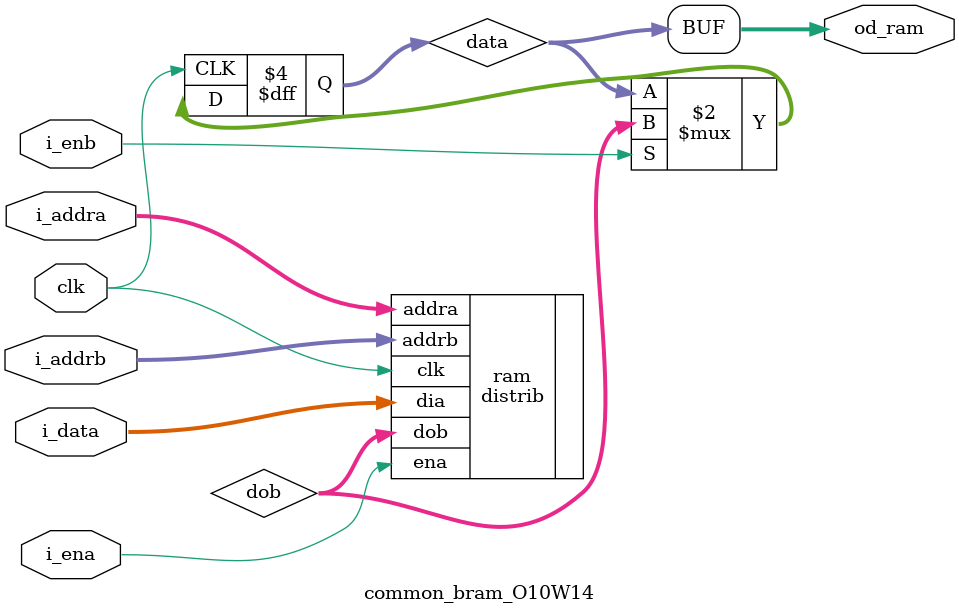
<source format=sv>
`timescale 100ps/100ps

(* keep_hierarchy = "yes" *) module common_bram_O10W14 (
    input  bit clk,
    input  bit i_ena,
    input  bit [9:0] i_addra,
    input  bit [13:0] i_data,
    input  bit i_enb,
    input  bit [9:0] i_addrb,
    output bit [13:0] od_ram
);


///////////////////////////////////////////////////////////
///////////////////////////////////////////////////////////
bit [13:0] data;
bit [13:0] dob;

distrib #(
    .ORDER               (10),
    .WIDTH               (14))
ram (
    .clk                 (clk),
    .ena                 (i_ena),
    .addra               (i_addra),
    .dia                 (i_data),
    .addrb               (i_addrb),
    .dob                 (dob));


///////////////////////////////////////////////////////////
///////////////////////////////////////////////////////////
always_ff @(posedge clk)
begin
    if (i_enb) begin
        data <= dob;
    end
end
assign od_ram = data;

endmodule
</source>
